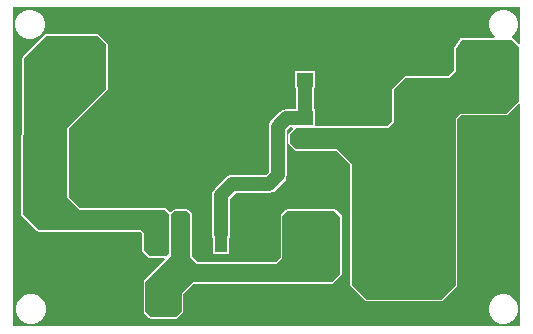
<source format=gtl>
G04*
G04 #@! TF.GenerationSoftware,Altium Limited,Altium Designer,22.2.1 (43)*
G04*
G04 Layer_Physical_Order=1*
G04 Layer_Color=255*
%FSLAX25Y25*%
%MOIN*%
G70*
G04*
G04 #@! TF.SameCoordinates,5D5B1899-6389-410F-A5DA-9F547DEB4AAD*
G04*
G04*
G04 #@! TF.FilePolarity,Positive*
G04*
G01*
G75*
%ADD14R,0.11417X0.21260*%
%ADD15R,0.09843X0.06693*%
%ADD16R,0.05315X0.04528*%
%ADD17R,0.04000X0.12008*%
%ADD18R,0.41299X0.32992*%
%ADD27C,0.04724*%
G04:AMPARAMS|DCode=28|XSize=157.48mil|YSize=157.48mil|CornerRadius=39.37mil|HoleSize=0mil|Usage=FLASHONLY|Rotation=0.000|XOffset=0mil|YOffset=0mil|HoleType=Round|Shape=RoundedRectangle|*
%AMROUNDEDRECTD28*
21,1,0.15748,0.07874,0,0,0.0*
21,1,0.07874,0.15748,0,0,0.0*
1,1,0.07874,0.03937,-0.03937*
1,1,0.07874,-0.03937,-0.03937*
1,1,0.07874,-0.03937,0.03937*
1,1,0.07874,0.03937,0.03937*
%
%ADD28ROUNDEDRECTD28*%
%ADD29O,0.05512X0.08268*%
%ADD30C,0.02756*%
G36*
X561981Y345154D02*
X561481Y344947D01*
X559513Y346915D01*
X559264Y347018D01*
X559215Y347566D01*
X559326Y347631D01*
X560244Y348548D01*
X560892Y349672D01*
X561228Y350926D01*
Y352224D01*
X560892Y353477D01*
X560244Y354601D01*
X559326Y355519D01*
X558202Y356168D01*
X556948Y356504D01*
X555650D01*
X554397Y356168D01*
X553273Y355519D01*
X552355Y354601D01*
X551706Y353477D01*
X551370Y352224D01*
Y350926D01*
X551706Y349672D01*
X552355Y348548D01*
X553273Y347631D01*
X553347Y347587D01*
X553218Y347104D01*
X542445D01*
X542376Y347076D01*
X542303Y347089D01*
X542155Y346984D01*
X541987Y346915D01*
X541958Y346846D01*
X541898Y346804D01*
X540004Y343822D01*
X539973Y343642D01*
X539903Y343474D01*
Y336216D01*
X538244Y334309D01*
X523622D01*
X523164Y334119D01*
X519227Y330182D01*
X519037Y329724D01*
X519037Y319166D01*
X517448Y317577D01*
X493413D01*
Y323236D01*
X493144D01*
Y330307D01*
X493413D01*
Y336032D01*
X490984D01*
X490930Y336054D01*
X490158Y336156D01*
X489385Y336054D01*
X489331Y336032D01*
X486902D01*
Y330307D01*
X487171D01*
Y323262D01*
X483870D01*
X483870Y323262D01*
X483097Y323160D01*
X482377Y322862D01*
X481758Y322387D01*
X478991Y319620D01*
X478516Y319001D01*
X478218Y318281D01*
X478116Y317508D01*
Y302430D01*
X477098Y301411D01*
X465990D01*
X465990Y301411D01*
X465217Y301310D01*
X464497Y301011D01*
X463879Y300537D01*
X463879Y300537D01*
X460089Y296747D01*
X459615Y296129D01*
X459316Y295409D01*
X459215Y294636D01*
Y281622D01*
X459316Y280849D01*
X459602Y280159D01*
Y275020D01*
X464799D01*
Y280159D01*
X465085Y280849D01*
X465187Y281622D01*
Y293399D01*
X467227Y295439D01*
X478335D01*
X479108Y295541D01*
X479828Y295839D01*
X480446Y296314D01*
X483214Y299081D01*
X483688Y299700D01*
X483987Y300420D01*
X484089Y301193D01*
X484089Y301193D01*
Y316271D01*
X485107Y317289D01*
X485996D01*
X486187Y316828D01*
X484778Y315419D01*
X484588Y314961D01*
Y312008D01*
X484778Y311550D01*
X486747Y309581D01*
X487205Y309392D01*
X500716D01*
X505258Y304850D01*
Y264764D01*
X505447Y264306D01*
X510369Y259384D01*
X510827Y259195D01*
X535433D01*
X535891Y259384D01*
X540812Y264306D01*
X541002Y264764D01*
Y320007D01*
X542197Y321203D01*
X557087D01*
X557545Y321392D01*
X561481Y325328D01*
X561981Y325121D01*
Y251012D01*
X392744D01*
Y357256D01*
X561981D01*
Y345154D01*
D02*
G37*
G36*
X561417Y344094D02*
Y326181D01*
X557087Y321850D01*
X541929D01*
X540354Y320276D01*
Y264764D01*
X535433Y259842D01*
X510827D01*
X505905Y264764D01*
Y305118D01*
X500984Y310039D01*
X487205D01*
X485236Y312008D01*
Y314961D01*
X487205Y316929D01*
X517717D01*
X519685Y318898D01*
X519685Y329724D01*
X523622Y333661D01*
X538539D01*
X540551Y335973D01*
Y343474D01*
X542445Y346457D01*
X559055D01*
X561417Y344094D01*
D02*
G37*
%LPC*%
G36*
X399074Y356504D02*
X397776D01*
X396523Y356168D01*
X395399Y355519D01*
X394481Y354601D01*
X393832Y353477D01*
X393496Y352224D01*
Y350926D01*
X393832Y349672D01*
X394481Y348548D01*
X395399Y347631D01*
X396523Y346982D01*
X397776Y346646D01*
X399074D01*
X400328Y346982D01*
X401452Y347631D01*
X402369Y348548D01*
X403018Y349672D01*
X403354Y350926D01*
Y352224D01*
X403018Y353477D01*
X402369Y354601D01*
X401452Y355519D01*
X400328Y356168D01*
X399074Y356504D01*
D02*
G37*
G36*
X420866Y348482D02*
X404134D01*
X403676Y348293D01*
X396165Y340782D01*
X396072Y340556D01*
X395976Y340331D01*
X395415Y288393D01*
X395417Y288389D01*
X395415Y288386D01*
X395509Y288160D01*
X395600Y287933D01*
X395603Y287931D01*
X395605Y287928D01*
X400920Y282613D01*
X401378Y282423D01*
X435362D01*
X435966Y281818D01*
Y276181D01*
X436156Y275723D01*
X438125Y273755D01*
X438583Y273565D01*
X443202D01*
X443409Y273065D01*
X436550Y266206D01*
X436360Y265748D01*
Y255906D01*
X436550Y255448D01*
X438321Y253676D01*
X438779Y253486D01*
X447047Y253486D01*
X447505Y253676D01*
X449474Y255644D01*
X449663Y256102D01*
Y261740D01*
X453024Y265100D01*
X499213D01*
X499671Y265290D01*
X502426Y268046D01*
X502616Y268504D01*
Y287402D01*
X502426Y287860D01*
X500458Y289828D01*
X500000Y290018D01*
X484252D01*
X483794Y289828D01*
X482219Y288253D01*
X482029Y287795D01*
Y273890D01*
X480440Y272301D01*
X454402Y272301D01*
X452616Y274087D01*
Y288189D01*
X452426Y288647D01*
X451245Y289828D01*
X450787Y290018D01*
X446850D01*
X446392Y289828D01*
X445276Y288711D01*
X443765Y290222D01*
X443307Y290411D01*
X415229D01*
X411475Y294166D01*
Y316858D01*
X424277Y329660D01*
X424467Y330118D01*
Y344882D01*
X424277Y345340D01*
X421324Y348293D01*
X420866Y348482D01*
D02*
G37*
G36*
X556948Y261622D02*
X555650D01*
X554397Y261286D01*
X553273Y260637D01*
X552355Y259719D01*
X551706Y258595D01*
X551370Y257342D01*
Y256044D01*
X551706Y254790D01*
X552355Y253666D01*
X553273Y252749D01*
X554397Y252100D01*
X555650Y251764D01*
X556948D01*
X558202Y252100D01*
X559326Y252749D01*
X560244Y253666D01*
X560892Y254790D01*
X561228Y256044D01*
Y257342D01*
X560892Y258595D01*
X560244Y259719D01*
X559326Y260637D01*
X558202Y261286D01*
X556948Y261622D01*
D02*
G37*
G36*
X399468D02*
X398170D01*
X396916Y261286D01*
X395792Y260637D01*
X394875Y259719D01*
X394226Y258595D01*
X393890Y257342D01*
Y256044D01*
X394226Y254790D01*
X394875Y253666D01*
X395792Y252749D01*
X396916Y252100D01*
X398170Y251764D01*
X399468D01*
X400722Y252100D01*
X401846Y252749D01*
X402763Y253666D01*
X403412Y254790D01*
X403748Y256044D01*
Y257342D01*
X403412Y258595D01*
X402763Y259719D01*
X401846Y260637D01*
X400722Y261286D01*
X399468Y261622D01*
D02*
G37*
%LPD*%
G36*
X423819Y344882D02*
Y330118D01*
X410827Y317126D01*
Y293898D01*
X414961Y289764D01*
X443307D01*
X444882Y288189D01*
Y275394D01*
X443701Y274213D01*
X438583D01*
X436614Y276181D01*
Y282087D01*
X435630Y283071D01*
X401378D01*
X396063Y288386D01*
X396623Y340324D01*
X404134Y347835D01*
X420866D01*
X423819Y344882D01*
D02*
G37*
G36*
X501968Y287402D02*
Y268504D01*
X499213Y265748D01*
X452756D01*
X449016Y262008D01*
Y256102D01*
X447047Y254134D01*
X438779Y254134D01*
X437008Y255906D01*
Y265748D01*
X445669Y274410D01*
Y288189D01*
X446850Y289370D01*
X450787D01*
X451968Y288189D01*
Y273819D01*
X454134Y271654D01*
X480709Y271654D01*
X482677Y273622D01*
Y287795D01*
X484252Y289370D01*
X500000D01*
X501968Y287402D01*
D02*
G37*
D14*
X492717Y277559D02*
D03*
X530905D02*
D03*
D15*
X458661Y259842D02*
D03*
X442913D02*
D03*
D16*
X490158Y313484D02*
D03*
Y320374D02*
D03*
Y333169D02*
D03*
Y340059D02*
D03*
D17*
X468902Y281622D02*
D03*
X462201D02*
D03*
X455500D02*
D03*
X448799D02*
D03*
X442114D02*
D03*
D18*
X455500Y322961D02*
D03*
D27*
X462201Y281622D02*
Y294636D01*
X465990Y298425D01*
X478335D01*
X483870Y320276D02*
X490059D01*
X481102Y301193D02*
Y317508D01*
X483870Y320276D01*
X478335Y298425D02*
X481102Y301193D01*
X490059Y320276D02*
X490158Y320374D01*
Y333169D01*
D28*
X550787Y336614D02*
D03*
X411417Y270472D02*
D03*
X550787D02*
D03*
X411417Y336614D02*
D03*
D29*
X529528Y326772D02*
D03*
X509842D02*
D03*
X418307Y305118D02*
D03*
X404528D02*
D03*
D30*
X555118Y307086D02*
D03*
X549212Y318898D02*
D03*
X543307Y307086D02*
D03*
X549212Y295275D02*
D03*
X537401Y342520D02*
D03*
X525590D02*
D03*
X513779D02*
D03*
X507874Y259842D02*
D03*
X501968Y342520D02*
D03*
X496063Y330709D02*
D03*
Y307086D02*
D03*
X501968Y295275D02*
D03*
X496063Y259842D02*
D03*
X484252Y330709D02*
D03*
X490157Y295275D02*
D03*
X484252Y259842D02*
D03*
X478346Y342520D02*
D03*
X472441Y259842D02*
D03*
X466535Y342520D02*
D03*
X454724D02*
D03*
Y295275D02*
D03*
X442913Y342520D02*
D03*
Y295275D02*
D03*
X431102Y342520D02*
D03*
Y318898D02*
D03*
X425197Y307086D02*
D03*
X431102Y295275D02*
D03*
Y271654D02*
D03*
X425197Y259842D02*
D03*
X419291Y318898D02*
D03*
X413386Y307086D02*
D03*
X419291Y295275D02*
D03*
M02*

</source>
